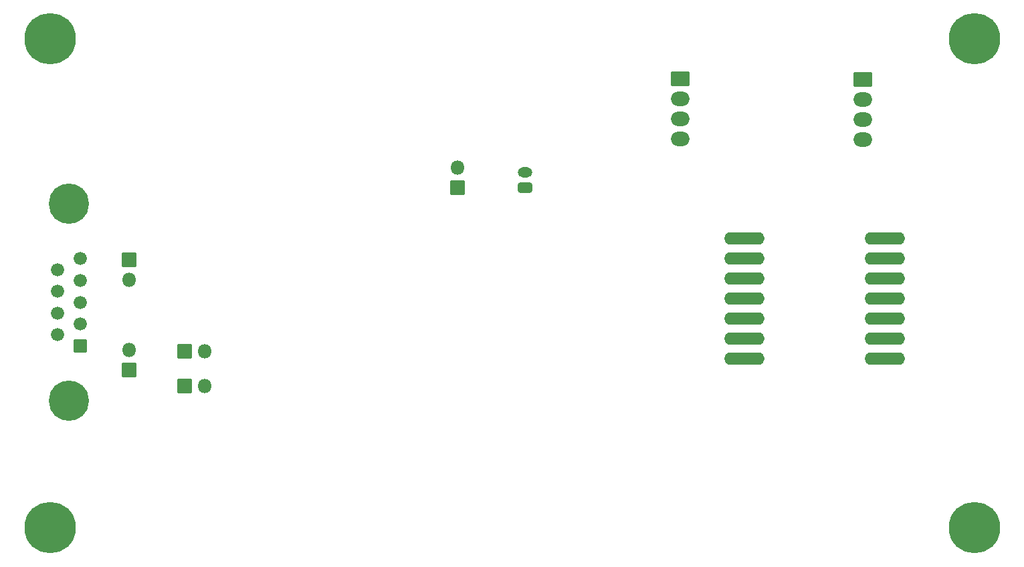
<source format=gbr>
%TF.GenerationSoftware,KiCad,Pcbnew,(6.0.4-0)*%
%TF.CreationDate,2022-07-06T09:33:38-06:00*%
%TF.ProjectId,sq_lockin_v5,73715f6c-6f63-46b6-996e-5f76352e6b69,rev?*%
%TF.SameCoordinates,Original*%
%TF.FileFunction,Soldermask,Bot*%
%TF.FilePolarity,Negative*%
%FSLAX46Y46*%
G04 Gerber Fmt 4.6, Leading zero omitted, Abs format (unit mm)*
G04 Created by KiCad (PCBNEW (6.0.4-0)) date 2022-07-06 09:33:38*
%MOMM*%
%LPD*%
G01*
G04 APERTURE LIST*
G04 Aperture macros list*
%AMRoundRect*
0 Rectangle with rounded corners*
0 $1 Rounding radius*
0 $2 $3 $4 $5 $6 $7 $8 $9 X,Y pos of 4 corners*
0 Add a 4 corners polygon primitive as box body*
4,1,4,$2,$3,$4,$5,$6,$7,$8,$9,$2,$3,0*
0 Add four circle primitives for the rounded corners*
1,1,$1+$1,$2,$3*
1,1,$1+$1,$4,$5*
1,1,$1+$1,$6,$7*
1,1,$1+$1,$8,$9*
0 Add four rect primitives between the rounded corners*
20,1,$1+$1,$2,$3,$4,$5,0*
20,1,$1+$1,$4,$5,$6,$7,0*
20,1,$1+$1,$6,$7,$8,$9,0*
20,1,$1+$1,$8,$9,$2,$3,0*%
G04 Aperture macros list end*
%ADD10RoundRect,0.051000X0.850000X-0.850000X0.850000X0.850000X-0.850000X0.850000X-0.850000X-0.850000X0*%
%ADD11O,1.802000X1.802000*%
%ADD12RoundRect,0.301000X0.625000X-0.350000X0.625000X0.350000X-0.625000X0.350000X-0.625000X-0.350000X0*%
%ADD13O,1.852000X1.302000*%
%ADD14RoundRect,0.051000X0.850000X0.850000X-0.850000X0.850000X-0.850000X-0.850000X0.850000X-0.850000X0*%
%ADD15C,5.102000*%
%ADD16RoundRect,0.051000X-0.787500X0.787500X-0.787500X-0.787500X0.787500X-0.787500X0.787500X0.787500X0*%
%ADD17C,1.677000*%
%ADD18RoundRect,0.051000X-0.850000X-0.850000X0.850000X-0.850000X0.850000X0.850000X-0.850000X0.850000X0*%
%ADD19RoundRect,0.051000X-1.125000X0.875000X-1.125000X-0.875000X1.125000X-0.875000X1.125000X0.875000X0*%
%ADD20O,2.352000X1.852000*%
%ADD21C,6.502000*%
%ADD22O,5.102000X1.602000*%
G04 APERTURE END LIST*
D10*
%TO.C,J6*%
X131000000Y-93600000D03*
D11*
X133540000Y-93600000D03*
%TD*%
D12*
%TO.C,J9*%
X174100000Y-72900000D03*
D13*
X174100000Y-70900000D03*
%TD*%
D14*
%TO.C,J10*%
X165600000Y-72900000D03*
D11*
X165600000Y-70360000D03*
%TD*%
D10*
%TO.C,J11*%
X131000000Y-98000000D03*
D11*
X133540000Y-98000000D03*
%TD*%
D15*
%TO.C,J2*%
X116400000Y-74900000D03*
X116400000Y-99900000D03*
D16*
X117820000Y-92920000D03*
D17*
X117820000Y-90160000D03*
X117820000Y-87400000D03*
X117820000Y-84640000D03*
X117820000Y-81880000D03*
X114980000Y-91540000D03*
X114980000Y-88780000D03*
X114980000Y-86020000D03*
X114980000Y-83260000D03*
%TD*%
D18*
%TO.C,J3*%
X124000000Y-82000000D03*
D11*
X124000000Y-84540000D03*
%TD*%
D14*
%TO.C,J4*%
X124000000Y-96000000D03*
D11*
X124000000Y-93460000D03*
%TD*%
D19*
%TO.C,PS2*%
X216900000Y-59160000D03*
D20*
X216900000Y-61700000D03*
X216900000Y-64240000D03*
X216900000Y-66780000D03*
%TD*%
D21*
%TO.C,H2*%
X114000000Y-54000000D03*
%TD*%
D22*
%TO.C,U5*%
X201910000Y-79280000D03*
X201910000Y-81820000D03*
X201910000Y-84360000D03*
X201910000Y-86900000D03*
X201910000Y-89440000D03*
X201910000Y-91980000D03*
X201910000Y-94520000D03*
X219690000Y-94520000D03*
X219690000Y-91980000D03*
X219690000Y-89440000D03*
X219690000Y-86900000D03*
X219690000Y-84360000D03*
X219690000Y-81820000D03*
X219690000Y-79280000D03*
%TD*%
D19*
%TO.C,PS1*%
X193757500Y-59092500D03*
D20*
X193757500Y-61632500D03*
X193757500Y-64172500D03*
X193757500Y-66712500D03*
%TD*%
D21*
%TO.C,H4*%
X114000000Y-116000000D03*
%TD*%
%TO.C,H1*%
X231000000Y-116000000D03*
%TD*%
%TO.C,H3*%
X231000000Y-54000000D03*
%TD*%
M02*

</source>
